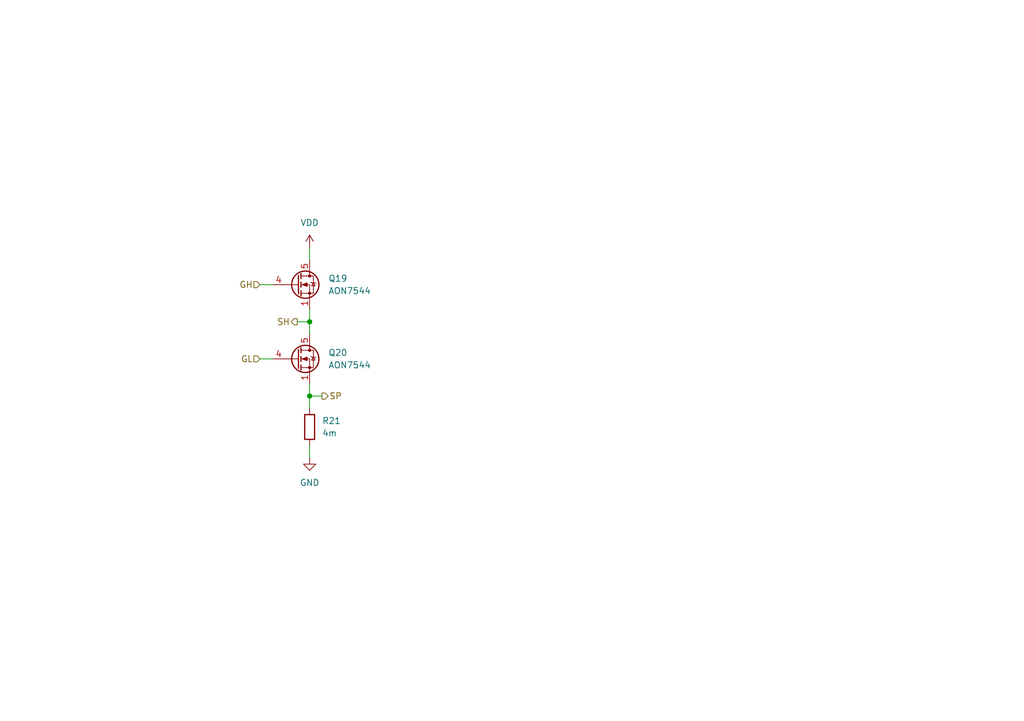
<source format=kicad_sch>
(kicad_sch (version 20231120) (generator "eeschema") (generator_version "8.0")
  (paper "A5")
  (lib_symbols
    (symbol "Device:R" (pin_numbers hide) (pin_names (offset 0))
      (property "Reference" "R" (at 2.032 0 90))
      (property "Value" "R" (at 0 0 90))
      (symbol "R_0_1"
        (rectangle (start -1.016 -2.54) (end 1.016 2.54) (stroke (width 0.254)))
      )
      (symbol "R_1_1"
        (pin passive line (at 0 3.81 270) (length 1.27) (name "~") (number "1"))
        (pin passive line (at 0 -3.81 90) (length 1.27) (name "~") (number "2"))
      )
    )
    (symbol "User_Symbols:AON7544" (pin_names hide)
      (property "Reference" "Q" (at -4.572 4.064 0))
      (property "Value" "AON7544" (at -7.112 -4.064 0))
      (symbol "AON7544_0_1"
        (circle (center -0.889 0) (radius 2.794) (stroke (width 0.254)))
        (circle (center 0 -1.778) (radius 0.254) (fill (type outline)))
        (polyline (pts (xy -2.286 0) (xy -5.08 0)))
        (polyline (pts (xy -2.286 1.905) (xy -2.286 -1.905)) (stroke (width 0.254)))
        (polyline (pts (xy -1.778 -1.27) (xy -1.778 -2.286)) (stroke (width 0.254)))
        (polyline (pts (xy -1.778 0.508) (xy -1.778 -0.508)) (stroke (width 0.254)))
        (polyline (pts (xy -1.778 2.286) (xy -1.778 1.27)) (stroke (width 0.254)))
        (polyline (pts (xy 0 2.54) (xy 0 1.778)))
        (polyline (pts (xy 0 -2.54) (xy 0 0) (xy -1.778 0)))
        (polyline (pts (xy -1.778 -1.778) (xy 0.762 -1.778) (xy 0.762 1.778) (xy -1.778 1.778)))
        (polyline (pts (xy -1.524 0) (xy -0.508 0.381) (xy -0.508 -0.381) (xy -1.524 0)) (fill (type outline)))
        (polyline (pts (xy 0.254 0.508) (xy 0.381 0.381) (xy 1.143 0.381) (xy 1.27 0.254)))
        (polyline (pts (xy 0.762 0.381) (xy 0.381 -0.254) (xy 1.143 -0.254) (xy 0.762 0.381)))
        (circle (center 0 1.778) (radius 0.254) (fill (type outline)))
      )
      (symbol "AON7544_1_1"
        (pin passive line (at 0 -5.08 90) (length 2.54) (name "S") (number "1"))
        (pin passive line (at 0 -5.08 90) (length 2.54) hide (name "S") (number "2"))
        (pin passive line (at 0 -5.08 90) (length 2.54) hide (name "S") (number "3"))
        (pin input line (at -7.62 0 0) (length 2.54) (name "G") (number "4"))
        (pin passive line (at 0 5.08 270) (length 2.54) (name "D") (number "5"))
        (pin passive line (at 0 5.08 270) (length 2.54) hide (name "D") (number "6"))
        (pin passive line (at 0 5.08 270) (length 2.54) hide (name "D") (number "7"))
        (pin passive line (at 0 5.08 270) (length 2.54) hide (name "D") (number "8"))
      )
    )
    (symbol "power:GND" (power) (pin_numbers hide) (pin_names (offset 0) hide)
      (property "Value" "GND" (at 0 -3.81 0))
      (symbol "GND_0_1"
        (polyline (pts (xy 0 0) (xy 0 -1.27) (xy 1.27 -1.27) (xy 0 -2.54) (xy -1.27 -1.27) (xy 0 -1.27)))
      )
      (symbol "GND_1_1"
        (pin power_in line (at 0 0 270) (length 0) (name "~") (number "1"))
      )
    )
    (symbol "power:VDD" (power) (pin_numbers hide) (pin_names (offset 0) hide)
      (property "Value" "VDD" (at 0 3.556 0))
      (symbol "VDD_0_1"
        (polyline (pts (xy -0.762 1.27) (xy 0 2.54)))
        (polyline (pts (xy 0 0) (xy 0 2.54)))
        (polyline (pts (xy 0 2.54) (xy 0.762 1.27)))
      )
      (symbol "VDD_1_1"
        (pin power_in line (at 0 0 90) (length 0) (name "~") (number "1"))
      )
    )
  )
  (junction (at 63.5 66.04))
  (junction (at 63.5 81.28))
  (wire (pts (xy 63.5 50.8) (xy 63.5 53.34)))
  (wire (pts (xy 53.34 58.42) (xy 55.88 58.42)))
  (wire (pts (xy 63.5 66.04) (xy 63.5 68.58)))
  (wire (pts (xy 63.5 81.28) (xy 66.04 81.28)))
  (wire (pts (xy 63.5 63.5) (xy 63.5 66.04)))
  (wire (pts (xy 63.5 81.28) (xy 63.5 83.82)))
  (wire (pts (xy 53.34 73.66) (xy 55.88 73.66)))
  (wire (pts (xy 63.5 78.74) (xy 63.5 81.28)))
  (wire (pts (xy 60.96 66.04) (xy 63.5 66.04)))
  (wire (pts (xy 63.5 91.44) (xy 63.5 93.98)))
  (hierarchical_label "GL" (shape input) (at 53.34 73.66 180))
  (hierarchical_label "SH" (shape output) (at 60.96 66.04 180))
  (hierarchical_label "GH" (shape input) (at 53.34 58.42 180))
  (hierarchical_label "SP" (shape output) (at 66.04 81.28 0))
  (symbol (lib_id "power:VDD") (at 63.5 50.8 0) (unit 1)
    (property "Reference" "#PWR056" (effects (hide yes)))
    (property "Value" "VDD" (at 63.5 45.72 0))
    (property "Description" "Power symbol creates a global label with name \"VDD\"" (effects (hide yes)))
    (instances (project "battle-bot" (path "" (reference "#PWR068") (unit 1)) (path "" (reference "#PWR080") (unit 1)) (path "" (reference "#PWR065") (unit 1)) (path "" (reference "#PWR060") (unit 1)) (path "" (reference "#PWR072") (unit 1)) (path "" (reference "#PWR063") (unit 1)) (path "" (reference "#PWR056") (unit 1)) (path "" (reference "#PWR070") (unit 1)) (path "" (reference "#PWR061") (unit 1))))
  )
  (symbol (lib_id "User_Symbols:AON7544") (at 63.5 58.42 0) (unit 1)
    (property "Reference" "Q15" (at 67.31 57.1499 0) (effects (justify left)))
    (property "Value" "AON7544" (at 67.31 59.6899 0) (effects (justify left)))
    (property "Footprint" "User_Footprints:DFN3x3A_8L_EP1_P" (effects (hide yes)))
    (property "Datasheet" "https://www.lcsc.com/datasheet/lcsc_datasheet_1912111437_Alpha---Omega-Semicon-AON7544_C315567.pdf" (effects (hide yes)))
    (property "Description" "N-Channel MOSFET" (effects (hide yes)))
    (property "LCSC" "C315567" (effects (hide yes)))
    (instances (project "battle-bot" (path "" (reference "Q19") (unit 1)) (path "" (reference "Q25") (unit 1)) (path "" (reference "Q13") (unit 1)) (path "" (reference "Q17") (unit 1)) (path "" (reference "Q23") (unit 1)) (path "" (reference "Q11") (unit 1)) (path "" (reference "Q15") (unit 1)) (path "" (reference "Q21") (unit 1)) (path "" (reference "Q9") (unit 1))))
  )
  (symbol (lib_id "User_Symbols:AON7544") (at 63.5 73.66 0) (unit 1)
    (property "Reference" "Q16" (at 67.31 72.3899 0) (effects (justify left)))
    (property "Value" "AON7544" (at 67.31 74.9299 0) (effects (justify left)))
    (property "Footprint" "User_Footprints:DFN3x3A_8L_EP1_P" (effects (hide yes)))
    (property "Datasheet" "https://www.lcsc.com/datasheet/lcsc_datasheet_1912111437_Alpha---Omega-Semicon-AON7544_C315567.pdf" (effects (hide yes)))
    (property "Description" "N-Channel MOSFET" (effects (hide yes)))
    (property "LCSC" "C315567" (effects (hide yes)))
    (instances (project "battle-bot" (path "" (reference "Q20") (unit 1)) (path "" (reference "Q26") (unit 1)) (path "" (reference "Q14") (unit 1)) (path "" (reference "Q18") (unit 1)) (path "" (reference "Q24") (unit 1)) (path "" (reference "Q12") (unit 1)) (path "" (reference "Q16") (unit 1)) (path "" (reference "Q22") (unit 1)) (path "" (reference "Q10") (unit 1))))
  )
  (symbol (lib_id "power:GND") (at 63.5 93.98 0) (unit 1)
    (property "Reference" "#PWR058" (effects (hide yes)))
    (property "Value" "GND" (at 63.5 99.06 0))
    (property "Description" "Power symbol creates a global label with name \"GND\" , ground" (effects (hide yes)))
    (instances (project "battle-bot" (path "" (reference "#PWR069") (unit 1)) (path "" (reference "#PWR081") (unit 1)) (path "" (reference "#PWR066") (unit 1)) (path "" (reference "#PWR067") (unit 1)) (path "" (reference "#PWR079") (unit 1)) (path "" (reference "#PWR064") (unit 1)) (path "" (reference "#PWR058") (unit 1)) (path "" (reference "#PWR071") (unit 1)) (path "" (reference "#PWR062") (unit 1))))
  )
  (symbol (lib_id "Device:R") (at 63.5 87.63 0) (unit 1)
    (property "Reference" "R19" (at 66.04 86.3599 0) (effects (justify left)))
    (property "Value" "4m" (at 66.04 88.8999 0) (effects (justify left)))
    (property "Footprint" "Resistor_SMD:R_2512_6332Metric" (effects (hide yes)))
    (property "Description" "Resistor" (effects (hide yes)))
    (property "LCSC" "C7420003" (effects (hide yes)))
    (instances (project "battle-bot" (path "" (reference "R21") (unit 1)) (path "" (reference "R24") (unit 1)) (path "" (reference "R18") (unit 1)) (path "" (reference "R20") (unit 1)) (path "" (reference "R23") (unit 1)) (path "" (reference "R17") (unit 1)) (path "" (reference "R19") (unit 1)) (path "" (reference "R22") (unit 1)) (path "" (reference "R16") (unit 1))))
  )
)
</source>
